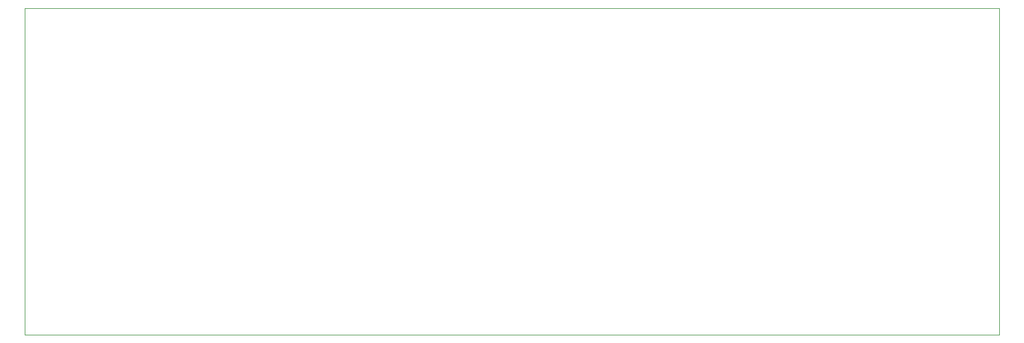
<source format=gbr>
%TF.GenerationSoftware,KiCad,Pcbnew,(5.1.6-0-10_14)*%
%TF.CreationDate,2020-08-17T21:01:39+02:00*%
%TF.ProjectId,MIXER V2 PCB,4d495845-5220-4563-9220-5043422e6b69,rev?*%
%TF.SameCoordinates,Original*%
%TF.FileFunction,Profile,NP*%
%FSLAX46Y46*%
G04 Gerber Fmt 4.6, Leading zero omitted, Abs format (unit mm)*
G04 Created by KiCad (PCBNEW (5.1.6-0-10_14)) date 2020-08-17 21:01:39*
%MOMM*%
%LPD*%
G01*
G04 APERTURE LIST*
%TA.AperFunction,Profile*%
%ADD10C,0.050000*%
%TD*%
G04 APERTURE END LIST*
D10*
X240000000Y-81000000D02*
X240000000Y-34000000D01*
X100000000Y-81000000D02*
X240000000Y-81000000D01*
X100000000Y-34000000D02*
X100000000Y-81000000D01*
X240000000Y-34000000D02*
X100000000Y-34000000D01*
M02*

</source>
